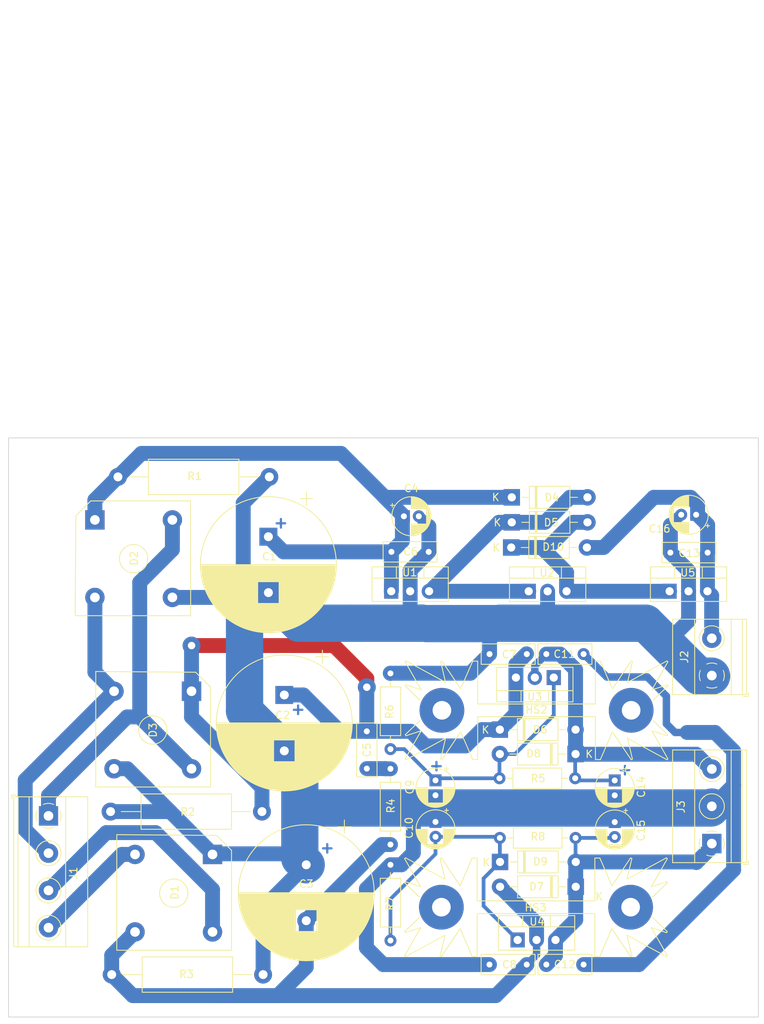
<source format=kicad_pcb>
(kicad_pcb (version 20211014) (generator pcbnew)
  (layers (0 "F.Cu" signal) (31 "B.Cu" signal) (34 "B.Paste" user) (35 "F.Paste" user) (36 "B.SilkS" user "B.Silkscreen") (37 "F.SilkS" user "F.Silkscreen") (38 "B.Mask" user) (39 "F.Mask" user) (44 "Edge.Cuts" user))
  (net 0 "")
  (net 1 "Net-(C1-Pad1)")
  (net 2 "Net-(C2-Pad1)")
  (net 3 "GNDA")
  (net 4 "Net-(C3-Pad2)")
  (net 5 "Net-(C5-Pad2)")
  (net 6 "Net-(C9-Pad1)")
  (net 7 "Net-(C10-Pad2)")
  (net 8 "+12V")
  (net 9 "-12V")
  (net 10 "+5V")
  (net 11 "Net-(D1-Pad2)")
  (net 12 "Net-(D1-Pad4)")
  (net 13 "Net-(D2-Pad2)")
  (net 14 "Net-(D2-Pad4)")
  (net 15 "Net-(D4-Pad2)")
  (net 16 "Net-(D10-Pad1)")
  (footprint "Resistor_THT:R_Axial_DIN0207_L6.3mm_D2.5mm_P10.16mm_Horizontal" (layer "F.Cu") (at 107.188 136.2964 -90)
    (fp_text reference "R7" (at 5.1816 0.0508 90) (layer "F.SilkS"))
    (fp_text value "4k3")
    (pad "1" thru_hole circle (at 0 0 270) (size 1.6 1.6) (drill 0.8) (layers *.Cu *.Mask) (net 3 "GNDA"))
    (pad "2" thru_hole oval (at 10.16 0 270) (size 1.6 1.6) (drill 0.8) (layers *.Cu *.Mask) (net 7 "Net-(C10-Pad2)"))
  )
  (footprint "Heatsink:Heatsink_Fischer_SK104-STC-STIC_35x13mm_2xDrill2.5mm" (layer "F.Cu") (at 126.7206 141.986 180)
    (fp_text reference "HS3" (at 0.0508 -0.0508) (layer "F.SilkS"))
    (fp_text value "Heatsink")
    (pad "1" thru_hole circle (at -12.7 0) (size 6 6) (drill 2.5) (layers *.Cu *.Mask))
    (pad "1" thru_hole circle (at 12.7 0 180) (size 6 6) (drill 2.5) (layers *.Cu *.Mask))
  )
  (footprint "Capacitor_THT:CP_Radial_D5.0mm_P2.00mm" (layer "F.Cu") (at 113.2332 130.540688 -90)
    (fp_text reference "C10" (at 0.802713 3.556 -270) (layer "F.SilkS"))
    (fp_text value "10u")
    (pad "1" thru_hole rect (at 0 0 270) (size 1.6 1.6) (drill 0.8) (layers *.Cu *.Mask) (net 3 "GNDA"))
    (pad "2" thru_hole circle (at 2 0 270) (size 1.6 1.6) (drill 0.8) (layers *.Cu *.Mask) (net 7 "Net-(C10-Pad2)"))
  )
  (footprint "TerminalBlock_Phoenix:TerminalBlock_Phoenix_MKDS-1,5-4_1x04_P5.00mm_Horizontal" (layer "F.Cu") (at 61.29 129.7362 -90)
    (fp_text reference "J1" (at 7.6962 -3.3528 90) (layer "F.SilkS"))
    (fp_text value "Transformer")
    (pad "1" thru_hole rect (at 0 0 270) (size 2.6 2.6) (drill 1.3) (layers *.Cu *.Mask) (net 14 "Net-(D2-Pad4)"))
    (pad "2" thru_hole circle (at 5 0 270) (size 2.6 2.6) (drill 1.3) (layers *.Cu *.Mask) (net 13 "Net-(D2-Pad2)"))
    (pad "3" thru_hole circle (at 10 0 270) (size 2.6 2.6) (drill 1.3) (layers *.Cu *.Mask) (net 12 "Net-(D1-Pad4)"))
    (pad "4" thru_hole circle (at 15 0 270) (size 2.6 2.6) (drill 1.3) (layers *.Cu *.Mask) (net 11 "Net-(D1-Pad2)"))
  )
  (footprint "Diode_THT:D_DO-41_SOD81_P10.16mm_Horizontal" (layer "F.Cu") (at 132.0546 139.2428 180)
    (fp_text reference "D7" (at 5.273112 0.0254) (layer "F.SilkS"))
    (fp_text value "1N4004")
    (fp_text user "K" (at -3.1242 -1.3208) (layer "F.SilkS"))
    (pad "1" thru_hole rect (at 0 0 180) (size 2.2 2.2) (drill 1.1) (layers *.Cu *.Mask) (net 9 "-12V"))
    (pad "2" thru_hole oval (at 10.16 0 180) (size 2.2 2.2) (drill 1.1) (layers *.Cu *.Mask) (net 4 "Net-(C3-Pad2)"))
  )
  (footprint "MountingHole:MountingHole_3.2mm_M3" (layer "F.Cu") (at 61.2648 152.6286)
    (fp_text reference "H3")
    (fp_text value "MountingHole")
    (pad "" np_thru_hole circle (at 0 0) (size 3.2 3.2) (drill 3.2) (layers *.Cu *.Mask))
  )
  (footprint "Capacitor_THT:CP_Radial_D5.0mm_P2.00mm" (layer "F.Cu") (at 108.988788 89.535)
    (fp_text reference "C4" (at 1 -3.75) (layer "F.SilkS"))
    (fp_text value "1u")
    (pad "1" thru_hole rect (at 0 0) (size 1.6 1.6) (drill 0.8) (layers *.Cu *.Mask) (net 1 "Net-(C1-Pad1)"))
    (pad "2" thru_hole circle (at 2 0) (size 1.6 1.6) (drill 0.8) (layers *.Cu *.Mask) (net 3 "GNDA"))
  )
  (footprint "MountingHole:MountingHole_3.2mm_M3" (layer "F.Cu") (at 152.1968 152.6286)
    (fp_text reference "H4")
    (fp_text value "MountingHole")
    (pad "" np_thru_hole circle (at 0 0) (size 3.2 3.2) (drill 3.2) (layers *.Cu *.Mask))
  )
  (footprint "Diode_THT:Diode_Bridge_Vishay_KBPC6" (layer "F.Cu") (at 67.519 90.0238)
    (fp_text reference "D2" (at 5.2578 5.1562 90) (layer "F.SilkS"))
    (fp_text value "VS-KBPC608")
    (pad "1" thru_hole rect (at 0 0) (size 2.6 2.6) (drill 1.3) (layers *.Cu *.Mask) (net 1 "Net-(C1-Pad1)"))
    (pad "2" thru_hole circle (at 0 10.4) (size 2.6 2.6) (drill 1.3) (layers *.Cu *.Mask) (net 13 "Net-(D2-Pad2)"))
    (pad "3" thru_hole circle (at 10.4 10.4) (size 2.6 2.6) (drill 1.3) (layers *.Cu *.Mask) (net 3 "GNDA"))
    (pad "4" thru_hole circle (at 10.4 0) (size 2.6 2.6) (drill 1.3) (layers *.Cu *.Mask) (net 14 "Net-(D2-Pad4)"))
  )
  (footprint "Package_TO_SOT_THT:TO-220-3_Vertical" (layer "F.Cu") (at 125.7427 99.5986)
    (fp_text reference "U2" (at 2.4638 -2.4638) (layer "F.SilkS"))
    (fp_text value "L7809")
    (pad "1" thru_hole rect (at 0 0) (size 1.905 2) (drill 1.1) (layers *.Cu *.Mask) (net 15 "Net-(D4-Pad2)"))
    (pad "2" thru_hole oval (at 2.54 0) (size 1.905 2) (drill 1.1) (layers *.Cu *.Mask) (net 3 "GNDA"))
    (pad "3" thru_hole oval (at 5.08 0) (size 1.905 2) (drill 1.1) (layers *.Cu *.Mask) (net 16 "Net-(D10-Pad1)"))
  )
  (footprint "Package_TO_SOT_THT:TO-220-3_Vertical" (layer "F.Cu") (at 144.653 99.5934)
    (fp_text reference "U5" (at 2.4384 -2.4892) (layer "F.SilkS"))
    (fp_text value "L7805")
    (pad "1" thru_hole rect (at 0 0) (size 1.905 2) (drill 1.1) (layers *.Cu *.Mask) (net 16 "Net-(D10-Pad1)"))
    (pad "2" thru_hole oval (at 2.54 0) (size 1.905 2) (drill 1.1) (layers *.Cu *.Mask) (net 3 "GNDA"))
    (pad "3" thru_hole oval (at 5.08 0) (size 1.905 2) (drill 1.1) (layers *.Cu *.Mask) (net 10 "+5V"))
  )
  (footprint "Capacitor_THT:CP_Radial_D5.0mm_P2.00mm" (layer "F.Cu") (at 113.2332 124.968 -90)
    (fp_text reference "C9" (at 0.904312 3.4544 90) (layer "F.SilkS"))
    (fp_text value "10u")
    (pad "1" thru_hole rect (at 0 0 270) (size 1.6 1.6) (drill 0.8) (layers *.Cu *.Mask) (net 6 "Net-(C9-Pad1)"))
    (pad "2" thru_hole circle (at 2 0 270) (size 1.6 1.6) (drill 0.8) (layers *.Cu *.Mask) (net 3 "GNDA"))
  )
  (footprint "Resistor_THT:R_Axial_DIN0207_L6.3mm_D2.5mm_P10.16mm_Horizontal" (layer "F.Cu") (at 107.188 120.777 90)
    (fp_text reference "R6" (at 5.0292 -0.127 90) (layer "F.SilkS"))
    (fp_text value "4k3")
    (pad "1" thru_hole circle (at 0 0 90) (size 1.6 1.6) (drill 0.8) (layers *.Cu *.Mask) (net 6 "Net-(C9-Pad1)"))
    (pad "2" thru_hole oval (at 10.16 0 90) (size 1.6 1.6) (drill 0.8) (layers *.Cu *.Mask) (net 3 "GNDA"))
  )
  (footprint "Capacitor_THT:C_Rect_L7.0mm_W2.5mm_P5.00mm" (layer "F.Cu") (at 104.013 118.3894 -90)
    (fp_text reference "C5" (at 2.504512 -0.0254 -270) (layer "F.SilkS"))
    (fp_text value "1u")
    (pad "1" thru_hole circle (at 0 0 270) (size 1.6 1.6) (drill 0.8) (layers *.Cu *.Mask) (net 2 "Net-(C2-Pad1)"))
    (pad "2" thru_hole circle (at 5 0 270) (size 1.6 1.6) (drill 0.8) (layers *.Cu *.Mask) (net 5 "Net-(C5-Pad2)"))
  )
  (footprint "Capacitor_THT:C_Rect_L7.0mm_W2.5mm_P5.00mm" (layer "F.Cu") (at 107.3169 94.3102)
    (fp_text reference "C6" (at 2.5762 -0.0254) (layer "F.SilkS"))
    (fp_text value "100n")
    (pad "1" thru_hole circle (at 0 0) (size 1.6 1.6) (drill 0.8) (layers *.Cu *.Mask) (net 1 "Net-(C1-Pad1)"))
    (pad "2" thru_hole circle (at 5 0) (size 1.6 1.6) (drill 0.8) (layers *.Cu *.Mask) (net 3 "GNDA"))
  )
  (footprint "Diode_THT:D_DO-41_SOD81_P10.16mm_Horizontal" (layer "F.Cu") (at 121.8946 135.9154)
    (fp_text reference "D9" (at 5.4102 -0.0508) (layer "F.SilkS"))
    (fp_text value "1N4004")
    (fp_text user "K" (at -1.8542 0.0762) (layer "F.SilkS"))
    (pad "1" thru_hole rect (at 0 0) (size 2.2 2.2) (drill 1.1) (layers *.Cu *.Mask) (net 7 "Net-(C10-Pad2)"))
    (pad "2" thru_hole oval (at 10.16 0) (size 2.2 2.2) (drill 1.1) (layers *.Cu *.Mask) (net 9 "-12V"))
  )
  (footprint "TerminalBlock_Phoenix:TerminalBlock_Phoenix_MKDS-1,5-3_1x03_P5.00mm_Horizontal" (layer "F.Cu") (at 150.3174 133.4478 90)
    (fp_text reference "J3" (at 4.9238 -4.1404 90) (layer "F.SilkS"))
    (fp_text value "+/-12 V")
    (pad "1" thru_hole rect (at 0 0 90) (size 2.6 2.6) (drill 1.3) (layers *.Cu *.Mask) (net 9 "-12V"))
    (pad "2" thru_hole circle (at 5 0 90) (size 2.6 2.6) (drill 1.3) (layers *.Cu *.Mask) (net 3 "GNDA"))
    (pad "3" thru_hole circle (at 10 0 90) (size 2.6 2.6) (drill 1.3) (layers *.Cu *.Mask) (net 8 "+12V"))
  )
  (footprint "Capacitor_THT:C_Rect_L7.0mm_W2.5mm_P5.00mm" (layer "F.Cu") (at 149.7565 94.4118 180)
    (fp_text reference "C13" (at 2.4492 -0.0762) (layer "F.SilkS"))
    (fp_text value "100n")
    (pad "1" thru_hole circle (at 0 0 180) (size 1.6 1.6) (drill 0.8) (layers *.Cu *.Mask) (net 10 "+5V"))
    (pad "2" thru_hole circle (at 5 0 180) (size 1.6 1.6) (drill 0.8) (layers *.Cu *.Mask) (net 3 "GNDA"))
  )
  (footprint "Package_TO_SOT_THT:TO-220-3_Vertical" (layer "F.Cu") (at 129.1044 111.1758 180)
    (fp_text reference "U3" (at 2.5616 -2.5908) (layer "F.SilkS"))
    (fp_text value "LM317_TO-220")
    (pad "1" thru_hole rect (at 0 0 180) (size 1.905 2) (drill 1.1) (layers *.Cu *.Mask) (net 6 "Net-(C9-Pad1)"))
    (pad "2" thru_hole oval (at 2.54 0 180) (size 1.905 2) (drill 1.1) (layers *.Cu *.Mask) (net 8 "+12V"))
    (pad "3" thru_hole oval (at 5.08 0 180) (size 1.905 2) (drill 1.1) (layers *.Cu *.Mask) (net 2 "Net-(C2-Pad1)"))
  )
  (footprint "Capacitor_THT:CP_Radial_D18.0mm_P7.50mm" (layer "F.Cu") (at 92.9386 113.5126 -90)
    (fp_text reference "C2" (at 2.7178 0.2286 180) (layer "F.SilkS"))
    (fp_text value "4700u")
    (pad "1" thru_hole rect (at 0 0 270) (size 2.4 2.4) (drill 1.2) (layers *.Cu *.Mask) (net 2 "Net-(C2-Pad1)"))
    (pad "2" thru_hole circle (at 7.5 0 270) (size 2.4 2.4) (drill 1.2) (layers *.Cu *.Mask) (net 3 "GNDA"))
  )
  (footprint "TerminalBlock_Phoenix:TerminalBlock_Phoenix_MKDS-1,5-2_1x02_P5.00mm_Horizontal" (layer "F.Cu") (at 150.3174 110.9072 90)
    (fp_text reference "J2" (at 2.5 -3.6832 90) (layer "F.SilkS"))
    (fp_text value "+5 V")
    (pad "1" thru_hole rect (at 0 0 90) (size 2.6 2.6) (drill 1.3) (layers *.Cu *.Mask) (net 3 "GNDA"))
    (pad "2" thru_hole circle (at 5 0 90) (size 2.6 2.6) (drill 1.3) (layers *.Cu *.Mask) (net 10 "+5V"))
  )
  (footprint "MountingHole:MountingHole_3.2mm_M3" (layer "F.Cu") (at 152.1968 82.7024)
    (fp_text reference "H1")
    (fp_text value "MountingHole")
    (pad "" np_thru_hole circle (at 0 0) (size 3.2 3.2) (drill 3.2) (layers *.Cu *.Mask))
  )
  (footprint "MountingHole:MountingHole_3.2mm_M3" (layer "F.Cu") (at 61.2648 82.804)
    (fp_text reference "H2")
    (fp_text value "MountingHole")
    (pad "" np_thru_hole circle (at 0 0) (size 3.2 3.2) (drill 3.2) (layers *.Cu *.Mask))
  )
  (footprint "Package_TO_SOT_THT:TO-220-3_Vertical" (layer "F.Cu") (at 107.2896 99.5934)
    (fp_text reference "U1" (at 2.4892 -2.5198) (layer "F.SilkS"))
    (fp_text value "L7812")
    (pad "1" thru_hole rect (at 0 0) (size 1.905 2) (drill 1.1) (layers *.Cu *.Mask) (net 1 "Net-(C1-Pad1)"))
    (pad "2" thru_hole oval (at 2.54 0) (size 1.905 2) (drill 1.1) (layers *.Cu *.Mask) (net 3 "GNDA"))
    (pad "3" thru_hole oval (at 5.08 0) (size 1.905 2) (drill 1.1) (layers *.Cu *.Mask) (net 15 "Net-(D4-Pad2)"))
  )
  (footprint "Capacitor_THT:CP_Radial_D18.0mm_P7.50mm" (layer "F.Cu") (at 95.885 136.2964 -90)
    (fp_text reference "C3" (at 2.5654 0) (layer "F.SilkS"))
    (fp_text value "4700u")
    (pad "1" thru_hole rect (at 0 0 270) (size 2.4 2.4) (drill 1.2) (layers *.Cu *.Mask) (net 3 "GNDA"))
    (pad "2" thru_hole circle (at 7.5 0 270) (size 2.4 2.4) (drill 1.2) (layers *.Cu *.Mask) (net 4 "Net-(C3-Pad2)"))
  )
  (footprint "Diode_THT:D_DO-41_SOD81_P10.16mm_Horizontal" (layer "F.Cu") (at 121.8692 118.1608)
    (fp_text reference "D6" (at 5.4102 0) (layer "F.SilkS"))
    (fp_text value "1N4004")
    (fp_text user "K" (at -1.9304 0.0254) (layer "F.SilkS"))
    (pad "1" thru_hole rect (at 0 0) (size 2.2 2.2) (drill 1.1) (layers *.Cu *.Mask) (net 2 "Net-(C2-Pad1)"))
    (pad "2" thru_hole oval (at 10.16 0) (size 2.2 2.2) (drill 1.1) (layers *.Cu *.Mask) (net 8 "+12V"))
  )
  (footprint "Resistor_THT:R_Axial_DIN0414_L11.9mm_D4.5mm_P20.32mm_Horizontal" (layer "F.Cu") (at 89.9414 129.159 180)
    (fp_text reference "R2" (at 9.9822 -0.0254) (layer "F.SilkS"))
    (fp_text value "1k")
    (pad "1" thru_hole circle (at 0 0 180) (size 2.4 2.4) (drill 1.2) (layers *.Cu *.Mask) (net 2 "Net-(C2-Pad1)"))
    (pad "2" thru_hole oval (at 20.32 0 180) (size 2.4 2.4) (drill 1.2) (layers *.Cu *.Mask) (net 3 "GNDA"))
  )
  (footprint "Diode_THT:D_DO-41_SOD81_P10.16mm_Horizontal" (layer "F.Cu") (at 132.0292 121.4374 180)
    (fp_text reference "D8" (at 5.6388 0.0508) (layer "F.SilkS"))
    (fp_text value "1N4004")
    (fp_text user "K" (at -1.8288 0) (layer "F.SilkS"))
    (pad "1" thru_hole rect (at 0 0 180) (size 2.2 2.2) (drill 1.1) (layers *.Cu *.Mask) (net 8 "+12V"))
    (pad "2" thru_hole oval (at 10.16 0 180) (size 2.2 2.2) (drill 1.1) (layers *.Cu *.Mask) (net 6 "Net-(C9-Pad1)"))
  )
  (footprint "Heatsink:Heatsink_Fischer_SK104-STC-STIC_35x13mm_2xDrill2.5mm" (layer "F.Cu") (at 126.793 115.57 180)
    (fp_text reference "HS2" (at 0.0254 0.0762) (layer "F.SilkS"))
    (fp_text value "Heatsink")
    (pad "1" thru_hole circle (at -12.7 0) (size 6 6) (drill 2.5) (layers *.Cu *.Mask))
    (pad "1" thru_hole circle (at 12.7 0 180) (size 6 6) (drill 2.5) (layers *.Cu *.Mask))
  )
  (footprint "Capacitor_THT:C_Rect_L7.0mm_W2.5mm_P5.00mm" (layer "F.Cu") (at 125.4868 108.0262 180)
    (fp_text reference "C7" (at 2.373 -0.0508) (layer "F.SilkS"))
    (fp_text value "100n")
    (pad "1" thru_hole circle (at 0 0 180) (size 1.6 1.6) (drill 0.8) (layers *.Cu *.Mask) (net 2 "Net-(C2-Pad1)"))
    (pad "2" thru_hole circle (at 5 0 180) (size 1.6 1.6) (drill 0.8) (layers *.Cu *.Mask) (net 3 "GNDA"))
  )
  (footprint "Resistor_THT:R_Axial_DIN0207_L6.3mm_D2.5mm_P10.16mm_Horizontal" (layer "F.Cu") (at 131.9784 124.6886 180)
    (fp_text reference "R5" (at 4.9784 -0.0254) (layer "F.SilkS"))
    (fp_text value "510")
    (pad "1" thru_hole circle (at 0 0 180) (size 1.6 1.6) (drill 0.8) (layers *.Cu *.Mask) (net 8 "+12V"))
    (pad "2" thru_hole oval (at 10.16 0 180) (size 1.6 1.6) (drill 0.8) (layers *.Cu *.Mask) (net 6 "Net-(C9-Pad1)"))
  )
  (footprint "Capacitor_THT:C_Rect_L7.0mm_W2.5mm_P5.00mm" (layer "F.Cu") (at 133.1068 149.6822 180)
    (fp_text reference "C12" (at 2.5254 0.0254) (layer "F.SilkS"))
    (fp_text value "100n")
    (pad "1" thru_hole circle (at 0 0 180) (size 1.6 1.6) (drill 0.8) (layers *.Cu *.Mask) (net 3 "GNDA"))
    (pad "2" thru_hole circle (at 5 0 180) (size 1.6 1.6) (drill 0.8) (layers *.Cu *.Mask) (net 9 "-12V"))
  )
  (footprint "Resistor_THT:R_Axial_DIN0207_L6.3mm_D2.5mm_P10.16mm_Horizontal" (layer "F.Cu") (at 107.188 123.4186 -90)
    (fp_text reference "R4" (at 4.9784 -0.0508 90) (layer "F.SilkS"))
    (fp_text value "100")
    (pad "1" thru_hole circle (at 0 0 270) (size 1.6 1.6) (drill 0.8) (layers *.Cu *.Mask) (net 5 "Net-(C5-Pad2)"))
    (pad "2" thru_hole oval (at 10.16 0 270) (size 1.6 1.6) (drill 0.8) (layers *.Cu *.Mask) (net 4 "Net-(C3-Pad2)"))
  )
  (footprint "Capacitor_THT:CP_Radial_D5.0mm_P2.00mm" (layer "F.Cu") (at 137.287 124.978088 -90)
    (fp_text reference "C14" (at 0.8636 -3.556 -270) (layer "F.SilkS"))
    (fp_text value "10u")
    (pad "1" thru_hole rect (at 0 0 270) (size 1.6 1.6) (drill 0.8) (layers *.Cu *.Mask) (net 8 "+12V"))
    (pad "2" thru_hole circle (at 2 0 270) (size 1.6 1.6) (drill 0.8) (layers *.Cu *.Mask) (net 3 "GNDA"))
  )
  (footprint "Capacitor_THT:CP_Radial_D5.0mm_P2.00mm" (layer "F.Cu") (at 148.211613 89.3318 180)
    (fp_text reference "C16" (at 4.904813 -1.8796) (layer "F.SilkS"))
    (fp_text value "1u")
    (pad "1" thru_hole rect (at 0 0 180) (size 1.6 1.6) (drill 0.8) (layers *.Cu *.Mask) (net 10 "+5V"))
    (pad "2" thru_hole circle (at 2 0 180) (size 1.6 1.6) (drill 0.8) (layers *.Cu *.Mask) (net 3 "GNDA"))
  )
  (footprint "Diode_THT:Diode_Bridge_Vishay_KBPC6" (layer "F.Cu") (at 80.4864 113.0104 -90)
    (fp_text reference "D3" (at 5.2266 5.1754 -270) (layer "F.SilkS"))
    (fp_text value "VS-KBPC608")
    (pad "1" thru_hole rect (at 0 0 270) (size 2.6 2.6) (drill 1.3) (layers *.Cu *.Mask) (net 2 "Net-(C2-Pad1)"))
    (pad "2" thru_hole circle (at 0 10.4 270) (size 2.6 2.6) (drill 1.3) (layers *.Cu *.Mask) (net 13 "Net-(D2-Pad2)"))
    (pad "3" thru_hole circle (at 10.4 10.4 270) (size 2.6 2.6) (drill 1.3) (layers *.Cu *.Mask) (net 3 "GNDA"))
    (pad "4" thru_hole circle (at 10.4 0 270) (size 2.6 2.6) (drill 1.3) (layers *.Cu *.Mask) (net 14 "Net-(D2-Pad4)"))
  )
  (footprint "Diode_THT:D_DO-41_SOD81_P10.16mm_Horizontal" (layer "F.Cu") (at 123.4694 90.3478)
    (fp_text reference "D5" (at 5.2832 0.0254) (layer "F.SilkS"))
    (fp_text value "1N4004")
    (fp_text user "K" (at -1.9304 0.0254) (layer "F.SilkS"))
    (pad "1" thru_hole rect (at 0 0) (size 2.2 2.2) (drill 1.1) (layers *.Cu *.Mask) (net 15 "Net-(D4-Pad2)"))
    (pad "2" thru_hole oval (at 10.16 0) (size 2.2 2.2) (drill 1.1) (layers *.Cu *.Mask) (net 16 "Net-(D10-Pad1)"))
  )
  (footprint "Package_TO_SOT_THT:TO-220-3_Vertical" (layer "F.Cu") (at 124.2568 146.3802)
    (fp_text reference "U4" (at 2.5908 -2.4384) (layer "F.SilkS"))
    (fp_text value "LM337_TO220")
    (pad "1" thru_hole rect (at 0 0) (size 1.905 2) (drill 1.1) (layers *.Cu *.Mask) (net 7 "Net-(C10-Pad2)"))
    (pad "2" thru_hole oval (at 2.54 0) (size 1.905 2) (drill 1.1) (layers *.Cu *.Mask) (net 4 "Net-(C3-Pad2)"))
    (pad "3" thru_hole oval (at 5.08 0) (size 1.905 2) (drill 1.1) (layers *.Cu *.Mask) (net 9 "-12V"))
  )
  (footprint "Capacitor_THT:C_Rect_L7.0mm_W2.5mm_P5.00mm" (layer "F.Cu") (at 120.476 149.6822)
    (fp_text reference "C8" (at 2.682312 0) (layer "F.SilkS"))
    (fp_text value "100n")
    (pad "1" thru_hole circle (at 0 0) (size 1.6 1.6) (drill 0.8) (layers *.Cu *.Mask) (net 3 "GNDA"))
    (pad "2" thru_hole circle (at 5 0) (size 1.6 1.6) (drill 0.8) (layers *.Cu *.Mask) (net 4 "Net-(C3-Pad2)"))
  )
  (footprint "Capacitor_THT:CP_Radial_D5.0mm_P2.00mm" (layer "F.Cu") (at 137.287 130.566088 -90)
    (fp_text reference "C15" (at 1.132912 -3.5306 90) (layer "F.SilkS"))
    (fp_text value "10u")
    (pad "1" thru_hole rect (at 0 0 270) (size 1.6 1.6) (drill 0.8) (layers *.Cu *.Mask) (net 3 "GNDA"))
    (pad "2" thru_hole circle (at 2 0 270) (size 1.6 1.6) (drill 0.8) (layers *.Cu *.Mask) (net 9 "-12V"))
  )
  (footprint "Capacitor_THT:C_Rect_L7.0mm_W2.5mm_P5.00mm" (layer "F.Cu") (at 128.1068 108.0262)
    (fp_text reference "C11" (at 2.4238 0) (layer "F.SilkS"))
    (fp_text value "100n")
    (pad "1" thru_hole circle (at 0 0) (size 1.6 1.6) (drill 0.8) (layers *.Cu *.Mask) (net 8 "+12V"))
    (pad "2" thru_hole circle (at 5 0) (size 1.6 1.6) (drill 0.8) (layers *.Cu *.Mask) (net 3 "GNDA"))
  )
  (footprint "Diode_THT:D_DO-41_SOD81_P10.16mm_Horizontal" (layer "F.Cu") (at 123.4694 86.995)
    (fp_text reference "D4" (at 5.3848 0.0254) (layer "F.SilkS"))
    (fp_text value "1N4004")
    (fp_text user "K" (at -2.159 0) (layer "F.SilkS"))
    (pad "1" thru_hole rect (at 0 0) (size 2.2 2.2) (drill 1.1) (layers *.Cu *.Mask) (net 1 "Net-(C1-Pad1)"))
    (pad "2" thru_hole oval (at 10.16 0) (size 2.2 2.2) (drill 1.1) (layers *.Cu *.Mask) (net 15 "Net-(D4-Pad2)"))
  )
  (footprint "Resistor_THT:R_Axial_DIN0414_L11.9mm_D4.5mm_P20.32mm_Horizontal" (layer "F.Cu") (at 90.0938 151.0284 180)
    (fp_text reference "R3" (at 10.287 0.0508) (layer "F.SilkS"))
    (fp_text value "1k")
    (pad "1" thru_hole circle (at 0 0 180) (size 2.4 2.4) (drill 1.2) (layers *.Cu *.Mask) (net 3 "GNDA"))
    (pad "2" thru_hole oval (at 20.32 0 180) (size 2.4 2.4) (drill 1.2) (layers *.Cu *.Mask) (net 4 "Net-(C3-Pad2)"))
  )
  (footprint "Diode_THT:Diode_Bridge_Vishay_KBPC6" (layer "F.Cu") (at 83.3058 134.9052 -90)
    (fp_text reference "D1" (at 5.0996 5.0738 90) (layer "F.SilkS"))
    (fp_text value "VS-KBPC608")
    (pad "1" thru_hole rect (at 0 0 270) (size 2.6 2.6) (drill 1.3) (layers *.Cu *.Mask) (net 3 "GNDA"))
    (pad "2" thru_hole circle (at 0 10.4 270) (size 2.6 2.6) (drill 1.3) (layers *.Cu *.Mask) (net 11 "Net-(D1-Pad2)"))
    (pad "3" thru_hole circle (at 10.4 10.4 270) (size 2.6 2.6) (drill 1.3) (layers *.Cu *.Mask) (net 4 "Net-(C3-Pad2)"))
    (pad "4" thru_hole circle (at 10.4 0 270) (size 2.6 2.6) (drill 1.3) (layers *.Cu *.Mask) (net 12 "Net-(D1-Pad4)"))
  )
  (footprint "Capacitor_THT:CP_Radial_D18.0mm_P7.50mm" (layer "F.Cu") (at 90.805 92.28022 -90)
    (fp_text reference "C1" (at 2.66498 -0.127) (layer "F.SilkS"))
    (fp_text value "1000u")
    (pad "1" thru_hole rect (at 0 0 270) (size 2.4 2.4) (drill 1.2) (layers *.Cu *.Mask) (net 1 "Net-(C1-Pad1)"))
    (pad "2" thru_hole circle (at 7.5 0 270) (size 2.4 2.4) (drill 1.2) (layers *.Cu *.Mask) (net 3 "GNDA"))
  )
  (footprint "Resistor_THT:R_Axial_DIN0414_L11.9mm_D4.5mm_P20.32mm_Horizontal" (layer "F.Cu") (at 70.612 84.2518)
    (fp_text reference "R1" (at 10.287 -0.1016) (layer "F.SilkS"))
    (fp_text value "1k")
    (pad "1" thru_hole circle (at 0 0) (size 2.4 2.4) (drill 1.2) (layers *.Cu *.Mask) (net 1 "Net-(C1-Pad1)"))
    (pad "2" thru_hole oval (at 20.32 0) (size 2.4 2.4) (drill 1.2) (layers *.Cu *.Mask) (net 3 "GNDA"))
  )
  (footprint "Resistor_THT:R_Axial_DIN0207_L6.3mm_D2.5mm_P10.16mm_Horizontal" (layer "F.Cu") (at 121.8692 132.6896)
    (fp_text reference "R8" (at 5.1054 -0.1778) (layer "F.SilkS"))
    (fp_text value "510")
    (pad "1" thru_hole circle (at 0 0) (size 1.6 1.6) (drill 0.8) (layers *.Cu *.Mask) (net 7 "Net-(C10-Pad2)"))
    (pad "2" thru_hole oval (at 10.16 0) (size 1.6 1.6) (drill 0.8) (layers *.Cu *.Mask) (net 9 "-12V"))
  )
  (footprint "Diode_THT:D_DO-41_SOD81_P10.16mm_Horizontal" (layer "F.Cu") (at 123.3932 93.726)
    (fp_text reference "D10" (at 5.6388 -0.0762) (layer "F.SilkS"))
    (fp_text value "1N4004")
    (fp_text user "K" (at -2.0066 0.0254) (layer "F.SilkS"))
    (pad "1" thru_hole rect (at 0 0) (size 2.2 2.2) (drill 1.1) (layers *.Cu *.Mask) (net 16 "Net-(D10-Pad1)"))
    (pad "2" thru_hole oval (at 10.16 0) (size 2.2 2.2) (drill 1.1) (layers *.Cu *.Mask) (net 10 "+5V"))
  )
  (gr_rect (start 55.9308 79.0194) (end 156.5656 156.718) (layer "Edge.Cuts") (width 0.1) (fill none))
  (gr_text "+" (at 94.7928 115.3922) (layer "B.Cu") (effects (font (size 1.5 1.5) (thickness 0.3)) (justify mirror)))
  (gr_text "+" (at 138.6586 123.4948) (layer "B.Cu") (effects (font (size 1.5 1.5) (thickness 0.3)) (justify mirror)))
  (gr_text "+" (at 92.4814 90.3732) (layer "B.Cu") (effects (font (size 1.5 1.5) (thickness 0.3)) (justify mirror)))
  (gr_text "+" (at 113.3602 122.9614) (layer "B.Cu") (effects (font (size 1.5 1.5) (thickness 0.3)) (justify mirror)))
  (gr_text "+" (at 98.7044 133.985) (layer "B.Cu") (effects (font (size 1.5 1.5) (thickness 0.3)) (justify mirror)))
  (segment (start 92.83498 94.3102) (end 90.805 92.28022) (width 2) (layer "B.Cu") (net 1))
  (segment (start 108.789268 89.73452) (end 108.789268 89.33548) (width 2) (layer "B.Cu") (net 1))
  (segment (start 67.519 87.3448) (end 70.612 84.2518) (width 2) (layer "B.Cu") (net 1))
  (segment (start 107.3169 99.5661) (end 107.2896 99.5934) (width 2) (layer "B.Cu") (net 1))
  (segment (start 108.789268 92.837832) (end 107.3169 94.3102) (width 2) (layer "B.Cu") (net 1))
  (segment (start 73.7616 81.1022) (end 70.612 84.2518) (width 2) (layer "B.Cu") (net 1))
  (segment (start 123.4694 86.995) (end 106.426 86.995) (width 2) (layer "B.Cu") (net 1))
  (segment (start 100.555988 81.1022) (end 73.7616 81.1022) (width 2) (layer "B.Cu") (net 1))
  (segment (start 108.789268 89.33548) (end 100.555988 81.1022) (width 2) (layer "B.Cu") (net 1))
  (segment (start 108.789268 89.358268) (end 108.789268 92.837832) (width 2) (layer "B.Cu") (net 1))
  (segment (start 106.426 86.995) (end 108.789268 89.358268) (width 2) (layer "B.Cu") (net 1))
  (segment (start 107.3169 94.3102) (end 92.83498 94.3102) (width 2) (layer "B.Cu") (net 1))
  (segment (start 107.3169 94.3102) (end 107.3169 99.5661) (width 2) (layer "B.Cu") (net 1))
  (segment (start 67.519 90.0238) (end 67.519 87.3448) (width 2) (layer "B.Cu") (net 1))
  (segment (start 99.5934 106.8832) (end 104.013 111.3028) (width 2) (layer "F.Cu") (net 2))
  (segment (start 80.4926 106.8832) (end 99.5934 106.8832) (width 2) (layer "F.Cu") (net 2))
  (segment (start 104.013 111.3028) (end 104.013 112.4712) (width 2) (layer "F.Cu") (net 2))
  (via (at 104.013 112.4712) (size 2.4) (drill 1) (layers "F.Cu" "B.Cu") (net 2))
  (via (at 80.4926 106.8832) (size 2.4) (drill 1) (layers "F.Cu" "B.Cu") (net 2))
  (segment (start 109.9312 118.3894) (end 111.887 120.3452) (width 2) (layer "B.Cu") (net 2))
  (segment (start 124.0244 111.1758) (end 124.0244 109.415209) (width 2) (layer "B.Cu") (net 2))
  (segment (start 80.4864 113.0104) (end 80.4864 116.4782) (width 2) (layer "B.Cu") (net 2))
  (segment (start 89.9414 125.9332) (end 89.9414 129.159) (width 2) (layer "B.Cu") (net 2))
  (segment (start 111.887 120.3452) (end 117.2718 120.3452) (width 2) (layer "B.Cu") (net 2))
  (segment (start 80.4864 116.4782) (end 89.9414 125.9332) (width 2) (layer "B.Cu") (net 2))
  (segment (start 95.504 113.5126) (end 92.9386 113.5126) (width 2) (layer "B.Cu") (net 2))
  (segment (start 104.013 112.4712) (end 104.013 118.3894) (width 2) (layer "B.Cu") (net 2))
  (segment (start 124.0244 111.1758) (end 124.0244 116.0056) (width 2) (layer "B.Cu") (net 2))
  (segment (start 117.2718 120.3452) (end 119.4562 118.1608) (width 2) (layer "B.Cu") (net 2))
  (segment (start 100.3808 118.3894) (end 95.504 113.5126) (width 2) (layer "B.Cu") (net 2))
  (segment (start 92.8624 113.4364) (end 92.9386 113.5126) (width 2) (layer "B.Cu") (net 2))
  (segment (start 80.4864 106.8894) (end 80.4926 106.8832) (width 2) (layer "B.Cu") (net 2))
  (segment (start 104.013 118.3894) (end 100.3808 118.3894) (width 2) (layer "B.Cu") (net 2))
  (segment (start 124.0244 116.0056) (end 121.8692 118.1608) (width 2) (layer "B.Cu") (net 2))
  (segment (start 80.4864 113.0104) (end 80.4864 106.8894) (width 2) (layer "B.Cu") (net 2))
  (segment (start 119.4562 118.1608) (end 121.8692 118.1608) (width 2) (layer "B.Cu") (net 2))
  (segment (start 104.013 118.3894) (end 109.9312 118.3894) (width 2) (layer "B.Cu") (net 2))
  (segment (start 124.0244 109.415209) (end 125.450105 107.989504) (width 2) (layer "B.Cu") (net 2))
  (segment (start 110.988788 89.535) (end 112.3442 90.890412) (width 1.5) (layer "B.Cu") (net 3))
  (segment (start 141.4526 103.886) (end 144.1577 106.5911) (width 5) (layer "B.Cu") (net 3))
  (segment (start 121.539 103.5558) (end 126.137022 103.5558) (width 2) (layer "B.Cu") (net 3))
  (segment (start 95.0214 123.0954) (end 95.0214 135.4328) (width 5) (layer "B.Cu") (net 3))
  (segment (start 83.3878 134.8232) (end 83.3058 134.9052) (width 2) (layer "B.Cu") (net 3))
  (segment (start 95.885 136.2964) (end 90.0938 142.0876) (width 2) (layer "B.Cu") (net 3))
  (segment (start 150.749 118.5418) (end 153.2382 121.031) (width 2) (layer "B.Cu") (net 3))
  (segment (start 111.3282 103.886) (end 111.3536 103.8606) (width 5) (layer "B.Cu") (net 3))
  (segment (start 91.186 100.16122) (end 90.805 99.78022) (width 5) (layer "B.Cu") (net 3))
  (segment (start 87.4268 87.757) (end 87.4268 96.40202) (width 2) (layer "B.Cu") (net 3))
  (segment (start 71.8738 123.4104) (end 77.6224 129.159) (width 2) (layer "B.Cu") (net 3))
  (segment (start 153.2382 136.9822) (end 153.2382 125.6282) (width 2) (layer "B.Cu") (net 3))
  (segment (start 95.885 136.2964) (end 94.4118 134.8232) (width 2) (layer "B.Cu") (net 3))
  (segment (start 95.3262 128.6764) (end 95.3008 128.651) (width 5) (layer "B.Cu") (net 3))
  (segment (start 102.7176 103.886) (end 101.7016 103.886) (width 2) (layer "B.Cu") (net 3))
  (segment (start 90.0938 142.0876) (end 90.0938 151.0284) (width 2) (layer "B.Cu") (net 3))
  (segment (start 146.1516 89.3318) (end 144.7565 90.7269) (width 1.5) (layer "B.Cu") (net 3))
  (segment (start 117.9214 110.5916) (end 107.2134 110.5916) (width 2) (layer "B.Cu") (net 3))
  (segment (start 148.55 110.9834) (end 150.2916 110.9834) (width 5) (layer "B.Cu") (net 3))
  (segment (start 77.8256 100.5172) (end 77.8256 100.5586) (width 2) (layer "B.Cu") (net 3))
  (segment (start 147.1949 103.5539) (end 144.1577 106.5911) (width 2) (layer "B.Cu") (net 3))
  (segment (start 112.3169 94.3102) (end 109.8296 96.7975) (width 2) (layer "B.Cu") (net 3))
  (segment (start 133.1068 108.0262) (end 133.1468 108.0262) (width 1) (layer "B.Cu") (net 3))
  (segment (start 147.193 99.5934) (end 147.1949 99.5953) (width 2) (layer "B.Cu") (net 3))
  (segment (start 109.8296 102.3366) (end 111.76 104.267) (width 2) (layer "B.Cu") (net 3))
  (segment (start 109.8296 99.5934) (end 109.8296 102.3366) (width 2) (layer "B.Cu") (net 3))
  (segment (start 153.2382 121.031) (end 153.2382 125.6282) (width 2) (layer "B.Cu") (net 3))
  (segment (start 90.16142 100.4238) (end 90.805 99.78022) (width 2) (layer "B.Cu") (net 3))
  (segment (start 112.0902 103.9368) (end 121.158 103.9368) (width 5) (layer "B.Cu") (net 3))
  (segment (start 141.6558 111.0996) (end 144.2212 113.665) (width 1) (layer "B.Cu") (net 3))
  (segment (start 147.193 99.5934) (end 147.193 96.8483) (width 2) (layer "B.Cu") (net 3))
  (segment (start 112.3442 94.2829) (end 112.3169 94.3102) (width 2) (layer "B.Cu") (net 3))
  (segment (start 87.4268 96.40202) (end 90.805 99.78022) (width 2) (layer "B.Cu") (net 3))
  (segment (start 108.7374 128.6764) (end 95.3262 128.6764) (width 5) (layer "B.Cu") (net 3))
  (segment (start 147.193 96.8483) (end 144.7565 94.4118) (width 2) (layer "B.Cu") (net 3))
  (segment (start 87.6046 115.6786) (end 87.6046 102.98062) (width 5) (layer "B.Cu") (net 3))
  (segment (start 144.1577 106.5911) (end 148.55 110.9834) (width 5) (layer "B.Cu") (net 3))
  (segment (start 94.57 134.9814) (end 95.885 136.2964) (width 2) (layer "B.Cu") (net 3))
  (segment (start 87.6046 102.98062) (end 90.805 99.78022) (width 5) (layer "B.Cu") (net 3))
  (segment (start 146.9898 118.5418) (end 150.749 118.5418) (width 2) (layer "B.Cu") (net 3))
  (segment (start 109.8296 96.7975) (end 109.8296 99.5934) (width 2) (layer "B.Cu") (net 3))
  (segment (start 103.9622 147.4216) (end 103.9622 139.5222) (width 2) (layer "B.Cu") (net 3))
  (segment (start 145.3896 118.5418) (end 146.9898 118.5418) (width 1) (layer "B.Cu") (net 3))
  (segment (start 120.4868 104.608) (end 121.158 103.9368) (width 2) (layer "B.Cu") (net 3))
  (segment (start 120.4868 108.0262) (end 120.4868 104.608) (width 2) (layer "B.Cu") (net 3))
  (segment (start 128.2827 101.410122) (end 128.2827 99.5986) (width 2) (layer "B.Cu") (net 3))
  (segment (start 103.3272 105.5116) (end 101.7016 103.886) (width 1) (layer "B.Cu") (net 3))
  (segment (start 90.932 84.2518) (end 87.4268 87.757) (width 2) (layer "B.Cu") (net 3))
  (segment (start 120.4868 108.0262) (end 117.9214 110.5916) (width 2) (layer "B.Cu") (net 3))
  (segment (start 140.5382 149.6822) (end 153.2382 136.9822) (width 2) (layer "B.Cu") (net 3))
  (segment (start 83.3058 134.8424) (end 83.3058 134.9052) (width 2) (layer "B.Cu") (net 3))
  (segment (start 147.1949 99.5953) (end 147.1949 103.5539) (width 2) (layer "B.Cu") (net 3))
  (segment (start 108.6612 136.2964) (end 110.2614 134.6962) (width 2) (layer "B.Cu") (net 3))
  (segment (start 106.2228 149.6822) (end 103.9622 147.4216) (width 2) (layer "B.Cu") (net 3))
  (segment (start 120.476 149.6822) (end 106.2228 149.6822) (width 2) (layer "B.Cu") (net 3))
  (segment (start 110.2614 134.6962) (end 110.2614 130.2004) (width 2) (layer "B.Cu") (net 3))
  (segment (start 101.7016 103.886) (end 111.3282 103.886) (width 5) (layer "B.Cu") (net 3))
  (segment (start 136.2202 111.0996) (end 141.6558 111.0996) (width 1) (layer "B.Cu") (net 3))
  (segment (start 107.188 110.617) (end 107.1626 110.5916) (width 2) (layer "B.Cu") (net 3))
  (segment (start 144.2212 113.665) (end 144.2212 117.3734) (width 1) (layer "B.Cu") (net 3))
  (segment (start 133.1468 108.0262) (end 136.2202 111.0996) (width 1) (layer "B.Cu") (net 3))
  (segment (start 77.6224 129.159) (end 83.3058 134.8424) (width 2) (layer "B.Cu") (net 3))
  (segment (start 90.805 99.78022) (end 94.91078 103.886) (width 5) (layer "B.Cu") (net 3))
  (segment (start 144.2212 117.3734) (end 145.3896 118.5418) (width 1) (layer "B.Cu") (net 3))
  (segment (start 70.0864 123.4104) (end 71.8738 123.4104) (width 2) (layer "B.Cu") (net 3))
  (segment (start 103.3272 104.4956) (end 102.7176 103.886) (width 2) (layer "B.Cu") (net 3))
  (segment (start 150.317 128.5494) (end 150.19 128.6764) (width 5) (layer "B.Cu") (net 3))
  (segment (start 107.188 136.2964) (end 108.6612 136.2964) (width 2) (layer "B.Cu") (net 3))
  (segment (start 92.9386 121.0126) (end 87.6046 115.6786) (width 5) (layer "B.Cu") (net 3))
  (segment (start 153.2382 125.6282) (end 150.317 128.5494) (width 2) (layer "B.Cu") (net 3))
  (segment (start 107.2134 110.5916) (end 107.188 110.617) (width 2) (layer "B.Cu") (net 3))
  (segment (start 144.7565 90.7269) (end 144.7565 94.4118) (width 2) (layer "B.Cu") (net 3))
  (segment (start 121.8692 103.886) (end 141.4526 103.886) (width 5) (layer "B.Cu") (net 3))
  (segment (start 92.9386 121.0126) (end 95.0214 123.0954) (width 5) (layer "B.Cu") (net 3))
  (segment (start 94.4118 134.8232) (end 83.3878 134.8232) (width 2) (layer "B.Cu") (net 3))
  (segment (start 112.3442 90.890412) (end 112.3442 94.2829) (width 2) (layer "B.Cu") (net 3))
  (segment (start 150.19 128.6764) (end 139.5984 128.6764) (width 5) (layer "B.Cu") (net 3))
  (segment (start 94.91078 103.886) (end 101.7016 103.886) (width 5) (layer "B.Cu") (net 3))
  (segment (start 77.919 100.4238) (end 77.8256 100.5172) (width 2) (layer "B.Cu") (net 3))
  (segment (start 139.5984 128.6764) (end 108.7374 128.6764) (width 5) (layer "B.Cu") (net 3))
  (segment (start 95.0214 135.4328) (end 95.885 136.2964) (width 5) (layer "B.Cu") (net 3))
  (segment (start 103.9622 139.5222) (end 107.188 136.2964) (width 2) (layer "B.Cu") (net 3))
  (segment (start 69.6214 129.159) (end 77.6224 129.159) (width 2) (layer "B.Cu") (net 3))
  (segment (start 77.919 100.4238) (end 90.16142 100.4238) (width 2) (layer "B.Cu") (net 3))
  (segment (start 110.2614 130.2004) (end 108.7374 128.6764) (width 2) (layer "B.Cu") (net 3))
  (segment (start 133.1068 149.6822) (end 140.5382 149.6822) (width 2) (layer "B.Cu") (net 3))
  (segment (start 69.7738 148.4372) (end 69.7738 151.0284) (width 2) (layer "B.Cu") (net 4))
  (segment (start 107.188 133.5786) (end 106.045 133.5786) (width 2) (layer "B.Cu") (net 4))
  (segment (start 126.7968 148.3614) (end 125.476 149.6822) (width 1) (layer "B.Cu") (net 4))
  (segment (start 69.7738 151.0284) (end 72.5932 153.8478) (width 2) (layer "B.Cu") (net 4))
  (segment (start 83.6676 153.8478) (end 121.3358 153.8478) (width 2) (layer "B.Cu") (net 4))
  (segment (start 72.5932 153.8478) (end 83.6676 153.8478) (width 2) (layer "B.Cu") (net 4))
  (segment (start 83.6676 153.8478) (end 92.0496 153.8478) (width 2) (layer "B.Cu") (net 4))
  (segment (start 95.885 143.7386) (end 95.885 143.7964) (width 2) (layer "B.Cu") (net 4))
  (segment (start 95.885 150.0124) (end 95.885 143.7964) (width 2) (layer "B.Cu") (net 4))
  (segment (start 126.7968 144.145) (end 126.7968 146.3802) (width 2) (layer "B.Cu") (net 4))
  (segment (start 125.476 149.7076) (end 125.476 149.6822) (width 2) (layer "B.Cu") (net 4))
  (segment (start 121.8946 139.2428) (end 126.7968 144.145) (width 2) (layer "B.Cu") (net 4))
  (segment (start 121.3358 153.8478) (end 125.476 149.7076) (width 2) (layer "B.Cu") (net 4))
  (segment (start 72.9058 145.3052) (end 69.7738 148.4372) (width 2) (layer "B.Cu") (net 4))
  (segment (start 106.045 133.5786) (end 95.885 143.7386) (width 2) (layer "B.Cu") (net 4))
  (segment (start 92.0496 153.8478) (end 95.885 150.0124) (width 2) (layer "B.Cu") (net 4))
  (segment (start 126.7968 146.3802) (end 126.7968 148.3614) (width 1) (layer "B.Cu") (net 4))
  (segment (start 106.473 123.3894) (end 106.5022 123.4186) (width 2) (layer "B.Cu") (net 5))
  (segment (start 104.013 123.3894) (end 106.473 123.3894) (width 2) (layer "B.Cu") (net 5))
  (segment (start 106.5022 123.4186) (end 107.188 123.4186) (width 2) (layer "B.Cu") (net 5))
  (segment (start 113.5126 124.6886) (end 113.2332 124.968) (width 0.5) (layer "B.Cu") (net 6))
  (segment (start 107.188 120.777) (end 109.0422 120.777) (width 0.5) (layer "B.Cu") (net 6))
  (segment (start 121.8184 124.6886) (end 121.8184 121.4882) (width 0.5) (layer "B.Cu") (net 6))
  (segment (start 129.1044 116.2342) (end 123.9012 121.4374) (width 0.5) (layer "B.Cu") (net 6))
  (segment (start 121.8184 121.4882) (end 121.8692 121.4374) (width 0.5) (layer "B.Cu") (net 6))
  (segment (start 121.8184 124.6886) (end 113.5126 124.6886) (width 0.5) (layer "B.Cu") (net 6))
  (segment (start 109.0422 120.777) (end 113.2332 124.968) (width 0.5) (layer "B.Cu") (net 6))
  (segment (start 123.9012 121.4374) (end 121.8692 121.4374) (width 0.5) (layer "B.Cu") (net 6))
  (segment (start 129.1044 111.1758) (end 129.1044 116.2342) (width 0.5) (layer "B.Cu") (net 6))
  (segment (start 121.8946 135.9154) (end 119.6848 138.1252) (width 0.5) (layer "B.Cu") (net 7))
  (segment (start 121.720288 132.540688) (end 121.8692 132.6896) (width 0.5) (layer "B.Cu") (net 7))
  (segment (start 121.8692 132.6896) (end 121.8692 135.89) (width 0.5) (layer "B.Cu") (net 7))
  (segment (start 113.2332 132.540688) (end 121.720288 132.540688) (width 0.5) (layer "B.Cu") (net 7))
  (segment (start 119.6848 138.1252) (end 119.6848 141.8082) (width 0.5) (layer "B.Cu") (net 7))
  (segment (start 113.2332 134.8486) (end 107.188 140.8938) (width 0.5) (layer "B.Cu") (net 7))
  (segment (start 113.2332 132.540688) (end 113.2332 134.8486) (width 0.5) (layer "B.Cu") (net 7))
  (segment (start 121.8692 135.89) (end 121.8946 135.9154) (width 0.5) (layer "B.Cu") (net 7))
  (segment (start 107.188 140.8938) (end 107.188 146.4564) (width 0.5) (layer "B.Cu") (net 7))
  (segment (start 119.6848 141.8082) (end 124.2568 146.3802) (width 0.5) (layer "B.Cu") (net 7))
  (segment (start 126.5644 109.5686) (end 128.1068 108.0262) (width 1) (layer "B.Cu") (net 8))
  (segment (start 148.2304 121.4628) (end 131.9276 121.4628) (width 2) (layer "B.Cu") (net 8))
  (segment (start 137.287 124.978088) (end 132.267888 124.978088) (width 0.5) (layer "B.Cu") (net 8))
  (segment (start 132.0292 118.1608) (end 132.0292 121.4374) (width 2) (layer "B.Cu") (net 8))
  (segment (start 132.267888 124.978088) (end 131.9784 124.6886) (width 0.5) (layer "B.Cu") (net 8))
  (segment (start 131.9784 121.4882) (end 132.0292 121.4374) (width 0.5) (layer "B.Cu") (net 8))
  (segment (start 150.317 123.5494) (end 148.2304 121.4628) (width 2) (layer "B.Cu") (net 8))
  (segment (start 126.5644 111.1758) (end 126.5644 109.5686) (width 1) (layer "B.Cu") (net 8))
  (segment (start 131.9784 124.6886) (end 131.9784 121.4882) (width 0.5) (layer "B.Cu") (net 8))
  (segment (start 128.1068 108.0262) (end 129.9464 108.0262) (width 2) (layer "B.Cu") (net 8))
  (segment (start 132.0292 110.109) (end 132.0292 118.1608) (width 2) (layer "B.Cu") (net 8))
  (segment (start 129.9464 108.0262) (end 132.0292 110.109) (width 2) (layer "B.Cu") (net 8))
  (segment (start 132.0292 132.6896) (end 137.163488 132.6896) (width 0.5) (layer "B.Cu") (net 9))
  (segment (start 129.3368 146.3802) (end 129.3368 148.4522) (width 2) (layer "B.Cu") (net 9))
  (segment (start 137.163488 132.6896) (end 137.287 132.566088) (width 0.5) (layer "B.Cu") (net 9))
  (segment (start 150.317 133.909) (end 148.2344 135.9916) (width 2) (layer "B.Cu") (net 9))
  (segment (start 148.2344 135.9916) (end 148.1582 135.9154) (width 2) (layer "B.Cu") (net 9))
  (segment (start 129.3368 148.4522) (end 128.1068 149.6822) (width 2) (layer "B.Cu") (net 9))
  (segment (start 150.317 133.5494) (end 150.317 133.909) (width 2) (layer "B.Cu") (net 9))
  (segment (start 132.0546 139.2428) (end 132.0546 143.6624) (width 2) (layer "B.Cu") (net 9))
  (segment (start 148.1582 135.9154) (end 132.0546 135.9154) (width 2) (layer "B.Cu") (net 9))
  (segment (start 132.0292 132.6896) (end 132.0292 135.89) (width 0.5) (layer "B.Cu") (net 9))
  (segment (start 132.0546 139.2428) (end 132.0546 135.9154) (width 2) (layer "B.Cu") (net 9))
  (segment (start 132.0292 135.89) (end 132.0546 135.9154) (width 0.5) (layer "B.Cu") (net 9))
  (segment (start 132.0546 143.6624) (end 129.3368 146.3802) (width 2) (layer "B.Cu") (net 9))
  (segment (start 149.733 99.5934) (end 149.7349 99.5915) (width 2) (layer "B.Cu") (net 10))
  (segment (start 147.4724 86.995) (end 148.411133 87.933733) (width 2) (layer "B.Cu") (net 10))
  (segment (start 150.2916 100.152) (end 149.733 99.5934) (width 2) (layer "B.Cu") (net 10))
  (segment (start 149.7565 90.677167) (end 148.411133 89.3318) (width 2) (layer "B.Cu") (net 10))
  (segment (start 135.7884 93.726) (end 142.5194 86.995) (width 2) (layer "B.Cu") (net 10))
  (segment (start 142.5194 86.995) (end 147.4724 86.995) (width 2) (layer "B.Cu") (net 10))
  (segment (start 148.411133 87.933733) (end 148.411133 89.3318) (width 2) (layer "B.Cu") (net 10))
  (segment (start 149.7565 94.4118) (end 149.7565 90.677167) (width 2) (layer "B.Cu") (net 10))
  (segment (start 149.7349 94.4334) (end 149.7565 94.4118) (width 2) (layer "B.Cu") (net 10))
  (segment (start 150.2916 105.9834) (end 150.2916 100.152) (width 2) (layer "B.Cu") (net 10))
  (segment (start 149.7349 99.5915) (end 149.7349 94.4334) (width 2) (layer "B.Cu") (net 10))
  (segment (start 133.5532 93.726) (end 135.7884 93.726) (width 2) (layer "B.Cu") (net 10))
  (segment (start 61.29 144.7362) (end 71.121 134.9052) (width 2) (layer "B.Cu") (net 11))
  (segment (start 71.121 134.9052) (end 72.9058 134.9052) (width 2) (layer "B.Cu") (net 11))
  (segment (start 83.3058 139.6176) (end 83.3058 145.3052) (width 2) (layer "B.Cu") (net 12))
  (segment (start 69.0478 131.9784) (end 75.6666 131.9784) (width 2) (layer "B.Cu") (net 12))
  (segment (start 61.29 139.7362) (end 69.0478 131.9784) (width 2) (layer "B.Cu") (net 12))
  (segment (start 75.6666 131.9784) (end 83.3058 139.6176) (width 2) (layer "B.Cu") (net 12))
  (segment (start 58.166 124.9308) (end 58.166 131.6122) (width 2) (layer "B.Cu") (net 13))
  (segment (start 67.519 110.443) (end 70.0864 113.0104) (width 2) (layer "B.Cu") (net 13))
  (segment (start 58.166 131.6122) (end 61.29 134.7362) (width 2) (layer "B.Cu") (net 13))
  (segment (start 70.0864 113.0104) (end 58.166 124.9308) (width 2) (layer "B.Cu") (net 13))
  (segment (start 67.519 100.4238) (end 67.519 110.443) (width 2) (layer "B.Cu") (net 13))
  (segment (start 77.919 90.0238) (end 77.919 94.0136) (width 2) (layer "B.Cu") (net 14))
  (segment (start 73.533 98.3996) (end 73.533 116.457) (width 2) (layer "B.Cu") (net 14))
  (segment (start 73.533 116.457) (end 80.4864 123.4104) (width 2) (layer "B.Cu") (net 14))
  (segment (start 61.29 127.0002) (end 61.29 129.7362) (width 2) (layer "B.Cu") (net 14))
  (segment (start 77.919 94.0136) (end 73.533 98.3996) (width 2) (layer "B.Cu") (net 14))
  (segment (start 71.8332 116.457) (end 61.29 127.0002) (width 2) (layer "B.Cu") (net 14))
  (segment (start 73.533 116.457) (end 71.8332 116.457) (width 2) (layer "B.Cu") (net 14))
  (segment (start 131.2672 86.995) (end 127.9144 90.3478) (width 2) (layer "B.Cu") (net 15))
  (segment (start 125.7427 99.5986) (end 112.4985 99.5986) (width 2) (layer "B.Cu") (net 15))
  (segment (start 121.7493 90.3478) (end 112.4985 99.5986) (width 2) (layer "B.Cu") (net 15))
  (segment (start 112.4933 99.5934) (end 112.3696 99.5934) (width 2) (layer "B.Cu") (net 15))
  (segment (start 127.9144 90.3478) (end 123.4694 90.3478) (width 2) (layer "B.Cu") (net 15))
  (segment (start 123.4694 90.3478) (end 121.7493 90.3478) (width 2) (layer "B.Cu") (net 15))
  (segment (start 112.4985 99.5986) (end 112.4933 99.5934) (width 2) (layer "B.Cu") (net 15))
  (segment (start 133.6294 86.995) (end 131.2672 86.995) (width 2) (layer "B.Cu") (net 15))
  (segment (start 127.4826 93.726) (end 127.9144 94.1578) (width 2) (layer "B.Cu") (net 16))
  (segment (start 130.8227 97.0661) (end 130.8227 99.5986) (width 2) (layer "B.Cu") (net 16))
  (segment (start 123.3932 93.726) (end 127.4826 93.726) (width 2) (layer "B.Cu") (net 16))
  (segment (start 133.6294 90.3478) (end 131.7244 90.3478) (width 2) (layer "B.Cu") (net 16))
  (segment (start 131.7244 90.3478) (end 127.9144 94.1578) (width 2) (layer "B.Cu") (net 16))
  (segment (start 127.9144 94.1578) (end 130.8227 97.0661) (width 2) (layer "B.Cu") (net 16))
  (segment (start 130.8227 99.5986) (end 144.6478 99.5986) (width 2) (layer "B.Cu") (net 16))
)
</source>
